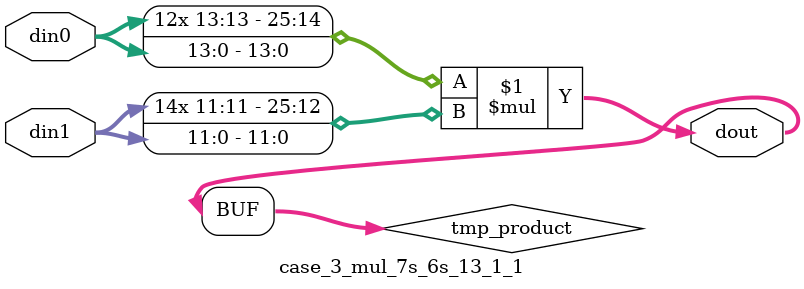
<source format=v>

`timescale 1 ns / 1 ps

 (* use_dsp = "no" *)  module case_3_mul_7s_6s_13_1_1(din0, din1, dout);
parameter ID = 1;
parameter NUM_STAGE = 0;
parameter din0_WIDTH = 14;
parameter din1_WIDTH = 12;
parameter dout_WIDTH = 26;

input [din0_WIDTH - 1 : 0] din0; 
input [din1_WIDTH - 1 : 0] din1; 
output [dout_WIDTH - 1 : 0] dout;

wire signed [dout_WIDTH - 1 : 0] tmp_product;



























assign tmp_product = $signed(din0) * $signed(din1);








assign dout = tmp_product;





















endmodule

</source>
